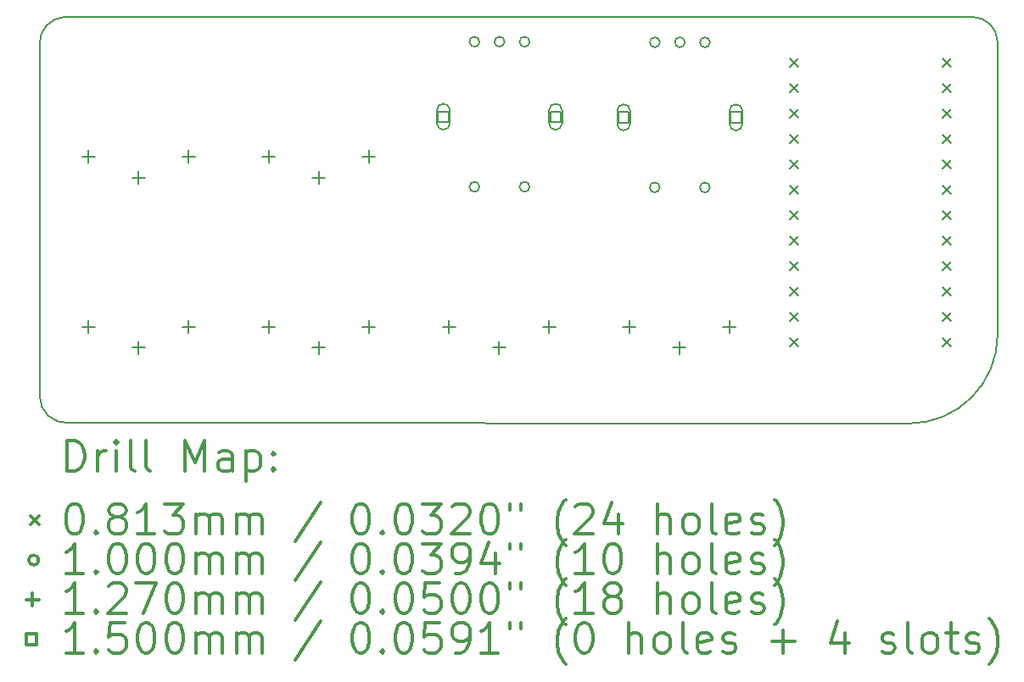
<source format=gbr>
%FSLAX45Y45*%
G04 Gerber Fmt 4.5, Leading zero omitted, Abs format (unit mm)*
G04 Created by KiCad (PCBNEW (5.1.10-1-10_14)) date 2021-10-28 16:10:10*
%MOMM*%
%LPD*%
G01*
G04 APERTURE LIST*
%TA.AperFunction,Profile*%
%ADD10C,0.150000*%
%TD*%
%ADD11C,0.200000*%
%ADD12C,0.300000*%
G04 APERTURE END LIST*
D10*
X12167004Y-6032344D02*
G75*
G02*
X12420000Y-6280000I3149J-249836D01*
G01*
X3149945Y-10089262D02*
G75*
G02*
X2860000Y-9820000I-19945J269262D01*
G01*
X2859288Y-6309993D02*
G75*
G02*
X3120000Y-6030000I269974J9993D01*
G01*
X12421000Y-9207000D02*
G75*
G02*
X11532000Y-10096000I-889000J0D01*
G01*
X11532000Y-10096000D02*
X3149945Y-10089262D01*
X2860000Y-9820000D02*
X2859288Y-6309993D01*
X12167000Y-6032000D02*
X3120000Y-6030000D01*
X12420000Y-6280000D02*
X12421000Y-9207000D01*
D11*
X10349220Y-6448560D02*
X10430500Y-6529840D01*
X10430500Y-6448560D02*
X10349220Y-6529840D01*
X10349220Y-6702560D02*
X10430500Y-6783840D01*
X10430500Y-6702560D02*
X10349220Y-6783840D01*
X10349220Y-6956560D02*
X10430500Y-7037840D01*
X10430500Y-6956560D02*
X10349220Y-7037840D01*
X10349220Y-7210560D02*
X10430500Y-7291840D01*
X10430500Y-7210560D02*
X10349220Y-7291840D01*
X10349220Y-7464560D02*
X10430500Y-7545840D01*
X10430500Y-7464560D02*
X10349220Y-7545840D01*
X10349220Y-7718560D02*
X10430500Y-7799840D01*
X10430500Y-7718560D02*
X10349220Y-7799840D01*
X10349220Y-7972560D02*
X10430500Y-8053840D01*
X10430500Y-7972560D02*
X10349220Y-8053840D01*
X10349220Y-8226560D02*
X10430500Y-8307840D01*
X10430500Y-8226560D02*
X10349220Y-8307840D01*
X10349220Y-8480560D02*
X10430500Y-8561840D01*
X10430500Y-8480560D02*
X10349220Y-8561840D01*
X10349220Y-8734560D02*
X10430500Y-8815840D01*
X10430500Y-8734560D02*
X10349220Y-8815840D01*
X10349220Y-8988560D02*
X10430500Y-9069840D01*
X10430500Y-8988560D02*
X10349220Y-9069840D01*
X10349220Y-9242560D02*
X10430500Y-9323840D01*
X10430500Y-9242560D02*
X10349220Y-9323840D01*
X11871220Y-6448560D02*
X11952500Y-6529840D01*
X11952500Y-6448560D02*
X11871220Y-6529840D01*
X11871220Y-6702560D02*
X11952500Y-6783840D01*
X11952500Y-6702560D02*
X11871220Y-6783840D01*
X11871220Y-6956560D02*
X11952500Y-7037840D01*
X11952500Y-6956560D02*
X11871220Y-7037840D01*
X11871220Y-7210560D02*
X11952500Y-7291840D01*
X11952500Y-7210560D02*
X11871220Y-7291840D01*
X11871220Y-7464560D02*
X11952500Y-7545840D01*
X11952500Y-7464560D02*
X11871220Y-7545840D01*
X11871220Y-7718560D02*
X11952500Y-7799840D01*
X11952500Y-7718560D02*
X11871220Y-7799840D01*
X11871220Y-7972560D02*
X11952500Y-8053840D01*
X11952500Y-7972560D02*
X11871220Y-8053840D01*
X11871220Y-8226560D02*
X11952500Y-8307840D01*
X11952500Y-8226560D02*
X11871220Y-8307840D01*
X11871220Y-8480560D02*
X11952500Y-8561840D01*
X11952500Y-8480560D02*
X11871220Y-8561840D01*
X11871220Y-8734560D02*
X11952500Y-8815840D01*
X11952500Y-8734560D02*
X11871220Y-8815840D01*
X11871220Y-8988560D02*
X11952500Y-9069840D01*
X11952500Y-8988560D02*
X11871220Y-9069840D01*
X11871220Y-9242560D02*
X11952500Y-9323840D01*
X11952500Y-9242560D02*
X11871220Y-9323840D01*
X7250000Y-6280000D02*
G75*
G03*
X7250000Y-6280000I-50000J0D01*
G01*
X7250000Y-7730000D02*
G75*
G03*
X7250000Y-7730000I-50000J0D01*
G01*
X7500000Y-6280000D02*
G75*
G03*
X7500000Y-6280000I-50000J0D01*
G01*
X7750000Y-6280000D02*
G75*
G03*
X7750000Y-6280000I-50000J0D01*
G01*
X7750000Y-7730000D02*
G75*
G03*
X7750000Y-7730000I-50000J0D01*
G01*
X9050000Y-6286000D02*
G75*
G03*
X9050000Y-6286000I-50000J0D01*
G01*
X9050000Y-7736000D02*
G75*
G03*
X9050000Y-7736000I-50000J0D01*
G01*
X9300000Y-6286000D02*
G75*
G03*
X9300000Y-6286000I-50000J0D01*
G01*
X9550000Y-6286000D02*
G75*
G03*
X9550000Y-6286000I-50000J0D01*
G01*
X9550000Y-7736000D02*
G75*
G03*
X9550000Y-7736000I-50000J0D01*
G01*
X3346000Y-7364500D02*
X3346000Y-7491500D01*
X3282500Y-7428000D02*
X3409500Y-7428000D01*
X3346000Y-9064500D02*
X3346000Y-9191500D01*
X3282500Y-9128000D02*
X3409500Y-9128000D01*
X3846000Y-7574500D02*
X3846000Y-7701500D01*
X3782500Y-7638000D02*
X3909500Y-7638000D01*
X3846000Y-9274500D02*
X3846000Y-9401500D01*
X3782500Y-9338000D02*
X3909500Y-9338000D01*
X4346000Y-7364500D02*
X4346000Y-7491500D01*
X4282500Y-7428000D02*
X4409500Y-7428000D01*
X4346000Y-9064500D02*
X4346000Y-9191500D01*
X4282500Y-9128000D02*
X4409500Y-9128000D01*
X5146000Y-7364500D02*
X5146000Y-7491500D01*
X5082500Y-7428000D02*
X5209500Y-7428000D01*
X5146000Y-9064500D02*
X5146000Y-9191500D01*
X5082500Y-9128000D02*
X5209500Y-9128000D01*
X5646000Y-7574500D02*
X5646000Y-7701500D01*
X5582500Y-7638000D02*
X5709500Y-7638000D01*
X5646000Y-9274500D02*
X5646000Y-9401500D01*
X5582500Y-9338000D02*
X5709500Y-9338000D01*
X6146000Y-7364500D02*
X6146000Y-7491500D01*
X6082500Y-7428000D02*
X6209500Y-7428000D01*
X6146000Y-9064500D02*
X6146000Y-9191500D01*
X6082500Y-9128000D02*
X6209500Y-9128000D01*
X6946000Y-9064500D02*
X6946000Y-9191500D01*
X6882500Y-9128000D02*
X7009500Y-9128000D01*
X7446000Y-9274500D02*
X7446000Y-9401500D01*
X7382500Y-9338000D02*
X7509500Y-9338000D01*
X7946000Y-9064500D02*
X7946000Y-9191500D01*
X7882500Y-9128000D02*
X8009500Y-9128000D01*
X8746000Y-9064500D02*
X8746000Y-9191500D01*
X8682500Y-9128000D02*
X8809500Y-9128000D01*
X9246000Y-9274500D02*
X9246000Y-9401500D01*
X9182500Y-9338000D02*
X9309500Y-9338000D01*
X9746000Y-9064500D02*
X9746000Y-9191500D01*
X9682500Y-9128000D02*
X9809500Y-9128000D01*
X6943033Y-7083033D02*
X6943033Y-6976966D01*
X6836966Y-6976966D01*
X6836966Y-7083033D01*
X6943033Y-7083033D01*
X6825000Y-6965000D02*
X6825000Y-7095000D01*
X6955000Y-6965000D02*
X6955000Y-7095000D01*
X6825000Y-7095000D02*
G75*
G03*
X6955000Y-7095000I65000J0D01*
G01*
X6955000Y-6965000D02*
G75*
G03*
X6825000Y-6965000I-65000J0D01*
G01*
X8063033Y-7083033D02*
X8063033Y-6976966D01*
X7956966Y-6976966D01*
X7956966Y-7083033D01*
X8063033Y-7083033D01*
X7945000Y-6965000D02*
X7945000Y-7095000D01*
X8075000Y-6965000D02*
X8075000Y-7095000D01*
X7945000Y-7095000D02*
G75*
G03*
X8075000Y-7095000I65000J0D01*
G01*
X8075000Y-6965000D02*
G75*
G03*
X7945000Y-6965000I-65000J0D01*
G01*
X8743034Y-7089033D02*
X8743034Y-6982966D01*
X8636967Y-6982966D01*
X8636967Y-7089033D01*
X8743034Y-7089033D01*
X8625000Y-6971000D02*
X8625000Y-7101000D01*
X8755000Y-6971000D02*
X8755000Y-7101000D01*
X8625000Y-7101000D02*
G75*
G03*
X8755000Y-7101000I65000J0D01*
G01*
X8755000Y-6971000D02*
G75*
G03*
X8625000Y-6971000I-65000J0D01*
G01*
X9863034Y-7089033D02*
X9863034Y-6982966D01*
X9756967Y-6982966D01*
X9756967Y-7089033D01*
X9863034Y-7089033D01*
X9745000Y-6971000D02*
X9745000Y-7101000D01*
X9875000Y-6971000D02*
X9875000Y-7101000D01*
X9745000Y-7101000D02*
G75*
G03*
X9875000Y-7101000I65000J0D01*
G01*
X9875000Y-6971000D02*
G75*
G03*
X9745000Y-6971000I-65000J0D01*
G01*
D12*
X3138032Y-10569214D02*
X3138032Y-10269214D01*
X3209460Y-10269214D01*
X3252318Y-10283500D01*
X3280889Y-10312072D01*
X3295175Y-10340643D01*
X3309460Y-10397786D01*
X3309460Y-10440643D01*
X3295175Y-10497786D01*
X3280889Y-10526357D01*
X3252318Y-10554929D01*
X3209460Y-10569214D01*
X3138032Y-10569214D01*
X3438032Y-10569214D02*
X3438032Y-10369214D01*
X3438032Y-10426357D02*
X3452318Y-10397786D01*
X3466603Y-10383500D01*
X3495175Y-10369214D01*
X3523746Y-10369214D01*
X3623746Y-10569214D02*
X3623746Y-10369214D01*
X3623746Y-10269214D02*
X3609460Y-10283500D01*
X3623746Y-10297786D01*
X3638032Y-10283500D01*
X3623746Y-10269214D01*
X3623746Y-10297786D01*
X3809460Y-10569214D02*
X3780889Y-10554929D01*
X3766603Y-10526357D01*
X3766603Y-10269214D01*
X3966603Y-10569214D02*
X3938032Y-10554929D01*
X3923746Y-10526357D01*
X3923746Y-10269214D01*
X4309461Y-10569214D02*
X4309461Y-10269214D01*
X4409461Y-10483500D01*
X4509461Y-10269214D01*
X4509461Y-10569214D01*
X4780889Y-10569214D02*
X4780889Y-10412072D01*
X4766603Y-10383500D01*
X4738032Y-10369214D01*
X4680889Y-10369214D01*
X4652318Y-10383500D01*
X4780889Y-10554929D02*
X4752318Y-10569214D01*
X4680889Y-10569214D01*
X4652318Y-10554929D01*
X4638032Y-10526357D01*
X4638032Y-10497786D01*
X4652318Y-10469214D01*
X4680889Y-10454929D01*
X4752318Y-10454929D01*
X4780889Y-10440643D01*
X4923746Y-10369214D02*
X4923746Y-10669214D01*
X4923746Y-10383500D02*
X4952318Y-10369214D01*
X5009461Y-10369214D01*
X5038032Y-10383500D01*
X5052318Y-10397786D01*
X5066603Y-10426357D01*
X5066603Y-10512072D01*
X5052318Y-10540643D01*
X5038032Y-10554929D01*
X5009461Y-10569214D01*
X4952318Y-10569214D01*
X4923746Y-10554929D01*
X5195175Y-10540643D02*
X5209461Y-10554929D01*
X5195175Y-10569214D01*
X5180889Y-10554929D01*
X5195175Y-10540643D01*
X5195175Y-10569214D01*
X5195175Y-10383500D02*
X5209461Y-10397786D01*
X5195175Y-10412072D01*
X5180889Y-10397786D01*
X5195175Y-10383500D01*
X5195175Y-10412072D01*
X2770323Y-11022860D02*
X2851603Y-11104140D01*
X2851603Y-11022860D02*
X2770323Y-11104140D01*
X3195175Y-10899214D02*
X3223746Y-10899214D01*
X3252318Y-10913500D01*
X3266603Y-10927786D01*
X3280889Y-10956357D01*
X3295175Y-11013500D01*
X3295175Y-11084929D01*
X3280889Y-11142072D01*
X3266603Y-11170643D01*
X3252318Y-11184929D01*
X3223746Y-11199214D01*
X3195175Y-11199214D01*
X3166603Y-11184929D01*
X3152318Y-11170643D01*
X3138032Y-11142072D01*
X3123746Y-11084929D01*
X3123746Y-11013500D01*
X3138032Y-10956357D01*
X3152318Y-10927786D01*
X3166603Y-10913500D01*
X3195175Y-10899214D01*
X3423746Y-11170643D02*
X3438032Y-11184929D01*
X3423746Y-11199214D01*
X3409460Y-11184929D01*
X3423746Y-11170643D01*
X3423746Y-11199214D01*
X3609460Y-11027786D02*
X3580889Y-11013500D01*
X3566603Y-10999214D01*
X3552318Y-10970643D01*
X3552318Y-10956357D01*
X3566603Y-10927786D01*
X3580889Y-10913500D01*
X3609460Y-10899214D01*
X3666603Y-10899214D01*
X3695175Y-10913500D01*
X3709460Y-10927786D01*
X3723746Y-10956357D01*
X3723746Y-10970643D01*
X3709460Y-10999214D01*
X3695175Y-11013500D01*
X3666603Y-11027786D01*
X3609460Y-11027786D01*
X3580889Y-11042072D01*
X3566603Y-11056357D01*
X3552318Y-11084929D01*
X3552318Y-11142072D01*
X3566603Y-11170643D01*
X3580889Y-11184929D01*
X3609460Y-11199214D01*
X3666603Y-11199214D01*
X3695175Y-11184929D01*
X3709460Y-11170643D01*
X3723746Y-11142072D01*
X3723746Y-11084929D01*
X3709460Y-11056357D01*
X3695175Y-11042072D01*
X3666603Y-11027786D01*
X4009460Y-11199214D02*
X3838032Y-11199214D01*
X3923746Y-11199214D02*
X3923746Y-10899214D01*
X3895175Y-10942072D01*
X3866603Y-10970643D01*
X3838032Y-10984929D01*
X4109460Y-10899214D02*
X4295175Y-10899214D01*
X4195175Y-11013500D01*
X4238032Y-11013500D01*
X4266603Y-11027786D01*
X4280889Y-11042072D01*
X4295175Y-11070643D01*
X4295175Y-11142072D01*
X4280889Y-11170643D01*
X4266603Y-11184929D01*
X4238032Y-11199214D01*
X4152318Y-11199214D01*
X4123746Y-11184929D01*
X4109460Y-11170643D01*
X4423746Y-11199214D02*
X4423746Y-10999214D01*
X4423746Y-11027786D02*
X4438032Y-11013500D01*
X4466603Y-10999214D01*
X4509461Y-10999214D01*
X4538032Y-11013500D01*
X4552318Y-11042072D01*
X4552318Y-11199214D01*
X4552318Y-11042072D02*
X4566603Y-11013500D01*
X4595175Y-10999214D01*
X4638032Y-10999214D01*
X4666603Y-11013500D01*
X4680889Y-11042072D01*
X4680889Y-11199214D01*
X4823746Y-11199214D02*
X4823746Y-10999214D01*
X4823746Y-11027786D02*
X4838032Y-11013500D01*
X4866603Y-10999214D01*
X4909461Y-10999214D01*
X4938032Y-11013500D01*
X4952318Y-11042072D01*
X4952318Y-11199214D01*
X4952318Y-11042072D02*
X4966603Y-11013500D01*
X4995175Y-10999214D01*
X5038032Y-10999214D01*
X5066603Y-11013500D01*
X5080889Y-11042072D01*
X5080889Y-11199214D01*
X5666603Y-10884929D02*
X5409461Y-11270643D01*
X6052318Y-10899214D02*
X6080889Y-10899214D01*
X6109460Y-10913500D01*
X6123746Y-10927786D01*
X6138032Y-10956357D01*
X6152318Y-11013500D01*
X6152318Y-11084929D01*
X6138032Y-11142072D01*
X6123746Y-11170643D01*
X6109460Y-11184929D01*
X6080889Y-11199214D01*
X6052318Y-11199214D01*
X6023746Y-11184929D01*
X6009460Y-11170643D01*
X5995175Y-11142072D01*
X5980889Y-11084929D01*
X5980889Y-11013500D01*
X5995175Y-10956357D01*
X6009460Y-10927786D01*
X6023746Y-10913500D01*
X6052318Y-10899214D01*
X6280889Y-11170643D02*
X6295175Y-11184929D01*
X6280889Y-11199214D01*
X6266603Y-11184929D01*
X6280889Y-11170643D01*
X6280889Y-11199214D01*
X6480889Y-10899214D02*
X6509460Y-10899214D01*
X6538032Y-10913500D01*
X6552318Y-10927786D01*
X6566603Y-10956357D01*
X6580889Y-11013500D01*
X6580889Y-11084929D01*
X6566603Y-11142072D01*
X6552318Y-11170643D01*
X6538032Y-11184929D01*
X6509460Y-11199214D01*
X6480889Y-11199214D01*
X6452318Y-11184929D01*
X6438032Y-11170643D01*
X6423746Y-11142072D01*
X6409460Y-11084929D01*
X6409460Y-11013500D01*
X6423746Y-10956357D01*
X6438032Y-10927786D01*
X6452318Y-10913500D01*
X6480889Y-10899214D01*
X6680889Y-10899214D02*
X6866603Y-10899214D01*
X6766603Y-11013500D01*
X6809460Y-11013500D01*
X6838032Y-11027786D01*
X6852318Y-11042072D01*
X6866603Y-11070643D01*
X6866603Y-11142072D01*
X6852318Y-11170643D01*
X6838032Y-11184929D01*
X6809460Y-11199214D01*
X6723746Y-11199214D01*
X6695175Y-11184929D01*
X6680889Y-11170643D01*
X6980889Y-10927786D02*
X6995175Y-10913500D01*
X7023746Y-10899214D01*
X7095175Y-10899214D01*
X7123746Y-10913500D01*
X7138032Y-10927786D01*
X7152318Y-10956357D01*
X7152318Y-10984929D01*
X7138032Y-11027786D01*
X6966603Y-11199214D01*
X7152318Y-11199214D01*
X7338032Y-10899214D02*
X7366603Y-10899214D01*
X7395175Y-10913500D01*
X7409460Y-10927786D01*
X7423746Y-10956357D01*
X7438032Y-11013500D01*
X7438032Y-11084929D01*
X7423746Y-11142072D01*
X7409460Y-11170643D01*
X7395175Y-11184929D01*
X7366603Y-11199214D01*
X7338032Y-11199214D01*
X7309460Y-11184929D01*
X7295175Y-11170643D01*
X7280889Y-11142072D01*
X7266603Y-11084929D01*
X7266603Y-11013500D01*
X7280889Y-10956357D01*
X7295175Y-10927786D01*
X7309460Y-10913500D01*
X7338032Y-10899214D01*
X7552318Y-10899214D02*
X7552318Y-10956357D01*
X7666603Y-10899214D02*
X7666603Y-10956357D01*
X8109460Y-11313500D02*
X8095175Y-11299214D01*
X8066603Y-11256357D01*
X8052318Y-11227786D01*
X8038032Y-11184929D01*
X8023746Y-11113500D01*
X8023746Y-11056357D01*
X8038032Y-10984929D01*
X8052318Y-10942072D01*
X8066603Y-10913500D01*
X8095175Y-10870643D01*
X8109460Y-10856357D01*
X8209460Y-10927786D02*
X8223746Y-10913500D01*
X8252318Y-10899214D01*
X8323746Y-10899214D01*
X8352318Y-10913500D01*
X8366603Y-10927786D01*
X8380889Y-10956357D01*
X8380889Y-10984929D01*
X8366603Y-11027786D01*
X8195175Y-11199214D01*
X8380889Y-11199214D01*
X8638032Y-10999214D02*
X8638032Y-11199214D01*
X8566603Y-10884929D02*
X8495175Y-11099214D01*
X8680889Y-11099214D01*
X9023746Y-11199214D02*
X9023746Y-10899214D01*
X9152318Y-11199214D02*
X9152318Y-11042072D01*
X9138032Y-11013500D01*
X9109461Y-10999214D01*
X9066603Y-10999214D01*
X9038032Y-11013500D01*
X9023746Y-11027786D01*
X9338032Y-11199214D02*
X9309461Y-11184929D01*
X9295175Y-11170643D01*
X9280889Y-11142072D01*
X9280889Y-11056357D01*
X9295175Y-11027786D01*
X9309461Y-11013500D01*
X9338032Y-10999214D01*
X9380889Y-10999214D01*
X9409461Y-11013500D01*
X9423746Y-11027786D01*
X9438032Y-11056357D01*
X9438032Y-11142072D01*
X9423746Y-11170643D01*
X9409461Y-11184929D01*
X9380889Y-11199214D01*
X9338032Y-11199214D01*
X9609461Y-11199214D02*
X9580889Y-11184929D01*
X9566603Y-11156357D01*
X9566603Y-10899214D01*
X9838032Y-11184929D02*
X9809461Y-11199214D01*
X9752318Y-11199214D01*
X9723746Y-11184929D01*
X9709461Y-11156357D01*
X9709461Y-11042072D01*
X9723746Y-11013500D01*
X9752318Y-10999214D01*
X9809461Y-10999214D01*
X9838032Y-11013500D01*
X9852318Y-11042072D01*
X9852318Y-11070643D01*
X9709461Y-11099214D01*
X9966603Y-11184929D02*
X9995175Y-11199214D01*
X10052318Y-11199214D01*
X10080889Y-11184929D01*
X10095175Y-11156357D01*
X10095175Y-11142072D01*
X10080889Y-11113500D01*
X10052318Y-11099214D01*
X10009461Y-11099214D01*
X9980889Y-11084929D01*
X9966603Y-11056357D01*
X9966603Y-11042072D01*
X9980889Y-11013500D01*
X10009461Y-10999214D01*
X10052318Y-10999214D01*
X10080889Y-11013500D01*
X10195175Y-11313500D02*
X10209461Y-11299214D01*
X10238032Y-11256357D01*
X10252318Y-11227786D01*
X10266603Y-11184929D01*
X10280889Y-11113500D01*
X10280889Y-11056357D01*
X10266603Y-10984929D01*
X10252318Y-10942072D01*
X10238032Y-10913500D01*
X10209461Y-10870643D01*
X10195175Y-10856357D01*
X2851603Y-11459500D02*
G75*
G03*
X2851603Y-11459500I-50000J0D01*
G01*
X3295175Y-11595214D02*
X3123746Y-11595214D01*
X3209460Y-11595214D02*
X3209460Y-11295214D01*
X3180889Y-11338071D01*
X3152318Y-11366643D01*
X3123746Y-11380929D01*
X3423746Y-11566643D02*
X3438032Y-11580929D01*
X3423746Y-11595214D01*
X3409460Y-11580929D01*
X3423746Y-11566643D01*
X3423746Y-11595214D01*
X3623746Y-11295214D02*
X3652318Y-11295214D01*
X3680889Y-11309500D01*
X3695175Y-11323786D01*
X3709460Y-11352357D01*
X3723746Y-11409500D01*
X3723746Y-11480929D01*
X3709460Y-11538071D01*
X3695175Y-11566643D01*
X3680889Y-11580929D01*
X3652318Y-11595214D01*
X3623746Y-11595214D01*
X3595175Y-11580929D01*
X3580889Y-11566643D01*
X3566603Y-11538071D01*
X3552318Y-11480929D01*
X3552318Y-11409500D01*
X3566603Y-11352357D01*
X3580889Y-11323786D01*
X3595175Y-11309500D01*
X3623746Y-11295214D01*
X3909460Y-11295214D02*
X3938032Y-11295214D01*
X3966603Y-11309500D01*
X3980889Y-11323786D01*
X3995175Y-11352357D01*
X4009460Y-11409500D01*
X4009460Y-11480929D01*
X3995175Y-11538071D01*
X3980889Y-11566643D01*
X3966603Y-11580929D01*
X3938032Y-11595214D01*
X3909460Y-11595214D01*
X3880889Y-11580929D01*
X3866603Y-11566643D01*
X3852318Y-11538071D01*
X3838032Y-11480929D01*
X3838032Y-11409500D01*
X3852318Y-11352357D01*
X3866603Y-11323786D01*
X3880889Y-11309500D01*
X3909460Y-11295214D01*
X4195175Y-11295214D02*
X4223746Y-11295214D01*
X4252318Y-11309500D01*
X4266603Y-11323786D01*
X4280889Y-11352357D01*
X4295175Y-11409500D01*
X4295175Y-11480929D01*
X4280889Y-11538071D01*
X4266603Y-11566643D01*
X4252318Y-11580929D01*
X4223746Y-11595214D01*
X4195175Y-11595214D01*
X4166603Y-11580929D01*
X4152318Y-11566643D01*
X4138032Y-11538071D01*
X4123746Y-11480929D01*
X4123746Y-11409500D01*
X4138032Y-11352357D01*
X4152318Y-11323786D01*
X4166603Y-11309500D01*
X4195175Y-11295214D01*
X4423746Y-11595214D02*
X4423746Y-11395214D01*
X4423746Y-11423786D02*
X4438032Y-11409500D01*
X4466603Y-11395214D01*
X4509461Y-11395214D01*
X4538032Y-11409500D01*
X4552318Y-11438071D01*
X4552318Y-11595214D01*
X4552318Y-11438071D02*
X4566603Y-11409500D01*
X4595175Y-11395214D01*
X4638032Y-11395214D01*
X4666603Y-11409500D01*
X4680889Y-11438071D01*
X4680889Y-11595214D01*
X4823746Y-11595214D02*
X4823746Y-11395214D01*
X4823746Y-11423786D02*
X4838032Y-11409500D01*
X4866603Y-11395214D01*
X4909461Y-11395214D01*
X4938032Y-11409500D01*
X4952318Y-11438071D01*
X4952318Y-11595214D01*
X4952318Y-11438071D02*
X4966603Y-11409500D01*
X4995175Y-11395214D01*
X5038032Y-11395214D01*
X5066603Y-11409500D01*
X5080889Y-11438071D01*
X5080889Y-11595214D01*
X5666603Y-11280929D02*
X5409461Y-11666643D01*
X6052318Y-11295214D02*
X6080889Y-11295214D01*
X6109460Y-11309500D01*
X6123746Y-11323786D01*
X6138032Y-11352357D01*
X6152318Y-11409500D01*
X6152318Y-11480929D01*
X6138032Y-11538071D01*
X6123746Y-11566643D01*
X6109460Y-11580929D01*
X6080889Y-11595214D01*
X6052318Y-11595214D01*
X6023746Y-11580929D01*
X6009460Y-11566643D01*
X5995175Y-11538071D01*
X5980889Y-11480929D01*
X5980889Y-11409500D01*
X5995175Y-11352357D01*
X6009460Y-11323786D01*
X6023746Y-11309500D01*
X6052318Y-11295214D01*
X6280889Y-11566643D02*
X6295175Y-11580929D01*
X6280889Y-11595214D01*
X6266603Y-11580929D01*
X6280889Y-11566643D01*
X6280889Y-11595214D01*
X6480889Y-11295214D02*
X6509460Y-11295214D01*
X6538032Y-11309500D01*
X6552318Y-11323786D01*
X6566603Y-11352357D01*
X6580889Y-11409500D01*
X6580889Y-11480929D01*
X6566603Y-11538071D01*
X6552318Y-11566643D01*
X6538032Y-11580929D01*
X6509460Y-11595214D01*
X6480889Y-11595214D01*
X6452318Y-11580929D01*
X6438032Y-11566643D01*
X6423746Y-11538071D01*
X6409460Y-11480929D01*
X6409460Y-11409500D01*
X6423746Y-11352357D01*
X6438032Y-11323786D01*
X6452318Y-11309500D01*
X6480889Y-11295214D01*
X6680889Y-11295214D02*
X6866603Y-11295214D01*
X6766603Y-11409500D01*
X6809460Y-11409500D01*
X6838032Y-11423786D01*
X6852318Y-11438071D01*
X6866603Y-11466643D01*
X6866603Y-11538071D01*
X6852318Y-11566643D01*
X6838032Y-11580929D01*
X6809460Y-11595214D01*
X6723746Y-11595214D01*
X6695175Y-11580929D01*
X6680889Y-11566643D01*
X7009460Y-11595214D02*
X7066603Y-11595214D01*
X7095175Y-11580929D01*
X7109460Y-11566643D01*
X7138032Y-11523786D01*
X7152318Y-11466643D01*
X7152318Y-11352357D01*
X7138032Y-11323786D01*
X7123746Y-11309500D01*
X7095175Y-11295214D01*
X7038032Y-11295214D01*
X7009460Y-11309500D01*
X6995175Y-11323786D01*
X6980889Y-11352357D01*
X6980889Y-11423786D01*
X6995175Y-11452357D01*
X7009460Y-11466643D01*
X7038032Y-11480929D01*
X7095175Y-11480929D01*
X7123746Y-11466643D01*
X7138032Y-11452357D01*
X7152318Y-11423786D01*
X7409460Y-11395214D02*
X7409460Y-11595214D01*
X7338032Y-11280929D02*
X7266603Y-11495214D01*
X7452318Y-11495214D01*
X7552318Y-11295214D02*
X7552318Y-11352357D01*
X7666603Y-11295214D02*
X7666603Y-11352357D01*
X8109460Y-11709500D02*
X8095175Y-11695214D01*
X8066603Y-11652357D01*
X8052318Y-11623786D01*
X8038032Y-11580929D01*
X8023746Y-11509500D01*
X8023746Y-11452357D01*
X8038032Y-11380929D01*
X8052318Y-11338071D01*
X8066603Y-11309500D01*
X8095175Y-11266643D01*
X8109460Y-11252357D01*
X8380889Y-11595214D02*
X8209460Y-11595214D01*
X8295175Y-11595214D02*
X8295175Y-11295214D01*
X8266603Y-11338071D01*
X8238032Y-11366643D01*
X8209460Y-11380929D01*
X8566603Y-11295214D02*
X8595175Y-11295214D01*
X8623746Y-11309500D01*
X8638032Y-11323786D01*
X8652318Y-11352357D01*
X8666603Y-11409500D01*
X8666603Y-11480929D01*
X8652318Y-11538071D01*
X8638032Y-11566643D01*
X8623746Y-11580929D01*
X8595175Y-11595214D01*
X8566603Y-11595214D01*
X8538032Y-11580929D01*
X8523746Y-11566643D01*
X8509461Y-11538071D01*
X8495175Y-11480929D01*
X8495175Y-11409500D01*
X8509461Y-11352357D01*
X8523746Y-11323786D01*
X8538032Y-11309500D01*
X8566603Y-11295214D01*
X9023746Y-11595214D02*
X9023746Y-11295214D01*
X9152318Y-11595214D02*
X9152318Y-11438071D01*
X9138032Y-11409500D01*
X9109461Y-11395214D01*
X9066603Y-11395214D01*
X9038032Y-11409500D01*
X9023746Y-11423786D01*
X9338032Y-11595214D02*
X9309461Y-11580929D01*
X9295175Y-11566643D01*
X9280889Y-11538071D01*
X9280889Y-11452357D01*
X9295175Y-11423786D01*
X9309461Y-11409500D01*
X9338032Y-11395214D01*
X9380889Y-11395214D01*
X9409461Y-11409500D01*
X9423746Y-11423786D01*
X9438032Y-11452357D01*
X9438032Y-11538071D01*
X9423746Y-11566643D01*
X9409461Y-11580929D01*
X9380889Y-11595214D01*
X9338032Y-11595214D01*
X9609461Y-11595214D02*
X9580889Y-11580929D01*
X9566603Y-11552357D01*
X9566603Y-11295214D01*
X9838032Y-11580929D02*
X9809461Y-11595214D01*
X9752318Y-11595214D01*
X9723746Y-11580929D01*
X9709461Y-11552357D01*
X9709461Y-11438071D01*
X9723746Y-11409500D01*
X9752318Y-11395214D01*
X9809461Y-11395214D01*
X9838032Y-11409500D01*
X9852318Y-11438071D01*
X9852318Y-11466643D01*
X9709461Y-11495214D01*
X9966603Y-11580929D02*
X9995175Y-11595214D01*
X10052318Y-11595214D01*
X10080889Y-11580929D01*
X10095175Y-11552357D01*
X10095175Y-11538071D01*
X10080889Y-11509500D01*
X10052318Y-11495214D01*
X10009461Y-11495214D01*
X9980889Y-11480929D01*
X9966603Y-11452357D01*
X9966603Y-11438071D01*
X9980889Y-11409500D01*
X10009461Y-11395214D01*
X10052318Y-11395214D01*
X10080889Y-11409500D01*
X10195175Y-11709500D02*
X10209461Y-11695214D01*
X10238032Y-11652357D01*
X10252318Y-11623786D01*
X10266603Y-11580929D01*
X10280889Y-11509500D01*
X10280889Y-11452357D01*
X10266603Y-11380929D01*
X10252318Y-11338071D01*
X10238032Y-11309500D01*
X10209461Y-11266643D01*
X10195175Y-11252357D01*
X2788103Y-11792000D02*
X2788103Y-11919000D01*
X2724603Y-11855500D02*
X2851603Y-11855500D01*
X3295175Y-11991214D02*
X3123746Y-11991214D01*
X3209460Y-11991214D02*
X3209460Y-11691214D01*
X3180889Y-11734071D01*
X3152318Y-11762643D01*
X3123746Y-11776929D01*
X3423746Y-11962643D02*
X3438032Y-11976929D01*
X3423746Y-11991214D01*
X3409460Y-11976929D01*
X3423746Y-11962643D01*
X3423746Y-11991214D01*
X3552318Y-11719786D02*
X3566603Y-11705500D01*
X3595175Y-11691214D01*
X3666603Y-11691214D01*
X3695175Y-11705500D01*
X3709460Y-11719786D01*
X3723746Y-11748357D01*
X3723746Y-11776929D01*
X3709460Y-11819786D01*
X3538032Y-11991214D01*
X3723746Y-11991214D01*
X3823746Y-11691214D02*
X4023746Y-11691214D01*
X3895175Y-11991214D01*
X4195175Y-11691214D02*
X4223746Y-11691214D01*
X4252318Y-11705500D01*
X4266603Y-11719786D01*
X4280889Y-11748357D01*
X4295175Y-11805500D01*
X4295175Y-11876929D01*
X4280889Y-11934071D01*
X4266603Y-11962643D01*
X4252318Y-11976929D01*
X4223746Y-11991214D01*
X4195175Y-11991214D01*
X4166603Y-11976929D01*
X4152318Y-11962643D01*
X4138032Y-11934071D01*
X4123746Y-11876929D01*
X4123746Y-11805500D01*
X4138032Y-11748357D01*
X4152318Y-11719786D01*
X4166603Y-11705500D01*
X4195175Y-11691214D01*
X4423746Y-11991214D02*
X4423746Y-11791214D01*
X4423746Y-11819786D02*
X4438032Y-11805500D01*
X4466603Y-11791214D01*
X4509461Y-11791214D01*
X4538032Y-11805500D01*
X4552318Y-11834071D01*
X4552318Y-11991214D01*
X4552318Y-11834071D02*
X4566603Y-11805500D01*
X4595175Y-11791214D01*
X4638032Y-11791214D01*
X4666603Y-11805500D01*
X4680889Y-11834071D01*
X4680889Y-11991214D01*
X4823746Y-11991214D02*
X4823746Y-11791214D01*
X4823746Y-11819786D02*
X4838032Y-11805500D01*
X4866603Y-11791214D01*
X4909461Y-11791214D01*
X4938032Y-11805500D01*
X4952318Y-11834071D01*
X4952318Y-11991214D01*
X4952318Y-11834071D02*
X4966603Y-11805500D01*
X4995175Y-11791214D01*
X5038032Y-11791214D01*
X5066603Y-11805500D01*
X5080889Y-11834071D01*
X5080889Y-11991214D01*
X5666603Y-11676929D02*
X5409461Y-12062643D01*
X6052318Y-11691214D02*
X6080889Y-11691214D01*
X6109460Y-11705500D01*
X6123746Y-11719786D01*
X6138032Y-11748357D01*
X6152318Y-11805500D01*
X6152318Y-11876929D01*
X6138032Y-11934071D01*
X6123746Y-11962643D01*
X6109460Y-11976929D01*
X6080889Y-11991214D01*
X6052318Y-11991214D01*
X6023746Y-11976929D01*
X6009460Y-11962643D01*
X5995175Y-11934071D01*
X5980889Y-11876929D01*
X5980889Y-11805500D01*
X5995175Y-11748357D01*
X6009460Y-11719786D01*
X6023746Y-11705500D01*
X6052318Y-11691214D01*
X6280889Y-11962643D02*
X6295175Y-11976929D01*
X6280889Y-11991214D01*
X6266603Y-11976929D01*
X6280889Y-11962643D01*
X6280889Y-11991214D01*
X6480889Y-11691214D02*
X6509460Y-11691214D01*
X6538032Y-11705500D01*
X6552318Y-11719786D01*
X6566603Y-11748357D01*
X6580889Y-11805500D01*
X6580889Y-11876929D01*
X6566603Y-11934071D01*
X6552318Y-11962643D01*
X6538032Y-11976929D01*
X6509460Y-11991214D01*
X6480889Y-11991214D01*
X6452318Y-11976929D01*
X6438032Y-11962643D01*
X6423746Y-11934071D01*
X6409460Y-11876929D01*
X6409460Y-11805500D01*
X6423746Y-11748357D01*
X6438032Y-11719786D01*
X6452318Y-11705500D01*
X6480889Y-11691214D01*
X6852318Y-11691214D02*
X6709460Y-11691214D01*
X6695175Y-11834071D01*
X6709460Y-11819786D01*
X6738032Y-11805500D01*
X6809460Y-11805500D01*
X6838032Y-11819786D01*
X6852318Y-11834071D01*
X6866603Y-11862643D01*
X6866603Y-11934071D01*
X6852318Y-11962643D01*
X6838032Y-11976929D01*
X6809460Y-11991214D01*
X6738032Y-11991214D01*
X6709460Y-11976929D01*
X6695175Y-11962643D01*
X7052318Y-11691214D02*
X7080889Y-11691214D01*
X7109460Y-11705500D01*
X7123746Y-11719786D01*
X7138032Y-11748357D01*
X7152318Y-11805500D01*
X7152318Y-11876929D01*
X7138032Y-11934071D01*
X7123746Y-11962643D01*
X7109460Y-11976929D01*
X7080889Y-11991214D01*
X7052318Y-11991214D01*
X7023746Y-11976929D01*
X7009460Y-11962643D01*
X6995175Y-11934071D01*
X6980889Y-11876929D01*
X6980889Y-11805500D01*
X6995175Y-11748357D01*
X7009460Y-11719786D01*
X7023746Y-11705500D01*
X7052318Y-11691214D01*
X7338032Y-11691214D02*
X7366603Y-11691214D01*
X7395175Y-11705500D01*
X7409460Y-11719786D01*
X7423746Y-11748357D01*
X7438032Y-11805500D01*
X7438032Y-11876929D01*
X7423746Y-11934071D01*
X7409460Y-11962643D01*
X7395175Y-11976929D01*
X7366603Y-11991214D01*
X7338032Y-11991214D01*
X7309460Y-11976929D01*
X7295175Y-11962643D01*
X7280889Y-11934071D01*
X7266603Y-11876929D01*
X7266603Y-11805500D01*
X7280889Y-11748357D01*
X7295175Y-11719786D01*
X7309460Y-11705500D01*
X7338032Y-11691214D01*
X7552318Y-11691214D02*
X7552318Y-11748357D01*
X7666603Y-11691214D02*
X7666603Y-11748357D01*
X8109460Y-12105500D02*
X8095175Y-12091214D01*
X8066603Y-12048357D01*
X8052318Y-12019786D01*
X8038032Y-11976929D01*
X8023746Y-11905500D01*
X8023746Y-11848357D01*
X8038032Y-11776929D01*
X8052318Y-11734071D01*
X8066603Y-11705500D01*
X8095175Y-11662643D01*
X8109460Y-11648357D01*
X8380889Y-11991214D02*
X8209460Y-11991214D01*
X8295175Y-11991214D02*
X8295175Y-11691214D01*
X8266603Y-11734071D01*
X8238032Y-11762643D01*
X8209460Y-11776929D01*
X8552318Y-11819786D02*
X8523746Y-11805500D01*
X8509461Y-11791214D01*
X8495175Y-11762643D01*
X8495175Y-11748357D01*
X8509461Y-11719786D01*
X8523746Y-11705500D01*
X8552318Y-11691214D01*
X8609461Y-11691214D01*
X8638032Y-11705500D01*
X8652318Y-11719786D01*
X8666603Y-11748357D01*
X8666603Y-11762643D01*
X8652318Y-11791214D01*
X8638032Y-11805500D01*
X8609461Y-11819786D01*
X8552318Y-11819786D01*
X8523746Y-11834071D01*
X8509461Y-11848357D01*
X8495175Y-11876929D01*
X8495175Y-11934071D01*
X8509461Y-11962643D01*
X8523746Y-11976929D01*
X8552318Y-11991214D01*
X8609461Y-11991214D01*
X8638032Y-11976929D01*
X8652318Y-11962643D01*
X8666603Y-11934071D01*
X8666603Y-11876929D01*
X8652318Y-11848357D01*
X8638032Y-11834071D01*
X8609461Y-11819786D01*
X9023746Y-11991214D02*
X9023746Y-11691214D01*
X9152318Y-11991214D02*
X9152318Y-11834071D01*
X9138032Y-11805500D01*
X9109461Y-11791214D01*
X9066603Y-11791214D01*
X9038032Y-11805500D01*
X9023746Y-11819786D01*
X9338032Y-11991214D02*
X9309461Y-11976929D01*
X9295175Y-11962643D01*
X9280889Y-11934071D01*
X9280889Y-11848357D01*
X9295175Y-11819786D01*
X9309461Y-11805500D01*
X9338032Y-11791214D01*
X9380889Y-11791214D01*
X9409461Y-11805500D01*
X9423746Y-11819786D01*
X9438032Y-11848357D01*
X9438032Y-11934071D01*
X9423746Y-11962643D01*
X9409461Y-11976929D01*
X9380889Y-11991214D01*
X9338032Y-11991214D01*
X9609461Y-11991214D02*
X9580889Y-11976929D01*
X9566603Y-11948357D01*
X9566603Y-11691214D01*
X9838032Y-11976929D02*
X9809461Y-11991214D01*
X9752318Y-11991214D01*
X9723746Y-11976929D01*
X9709461Y-11948357D01*
X9709461Y-11834071D01*
X9723746Y-11805500D01*
X9752318Y-11791214D01*
X9809461Y-11791214D01*
X9838032Y-11805500D01*
X9852318Y-11834071D01*
X9852318Y-11862643D01*
X9709461Y-11891214D01*
X9966603Y-11976929D02*
X9995175Y-11991214D01*
X10052318Y-11991214D01*
X10080889Y-11976929D01*
X10095175Y-11948357D01*
X10095175Y-11934071D01*
X10080889Y-11905500D01*
X10052318Y-11891214D01*
X10009461Y-11891214D01*
X9980889Y-11876929D01*
X9966603Y-11848357D01*
X9966603Y-11834071D01*
X9980889Y-11805500D01*
X10009461Y-11791214D01*
X10052318Y-11791214D01*
X10080889Y-11805500D01*
X10195175Y-12105500D02*
X10209461Y-12091214D01*
X10238032Y-12048357D01*
X10252318Y-12019786D01*
X10266603Y-11976929D01*
X10280889Y-11905500D01*
X10280889Y-11848357D01*
X10266603Y-11776929D01*
X10252318Y-11734071D01*
X10238032Y-11705500D01*
X10209461Y-11662643D01*
X10195175Y-11648357D01*
X2829637Y-12304534D02*
X2829637Y-12198467D01*
X2723570Y-12198467D01*
X2723570Y-12304534D01*
X2829637Y-12304534D01*
X3295175Y-12387214D02*
X3123746Y-12387214D01*
X3209460Y-12387214D02*
X3209460Y-12087214D01*
X3180889Y-12130071D01*
X3152318Y-12158643D01*
X3123746Y-12172929D01*
X3423746Y-12358643D02*
X3438032Y-12372929D01*
X3423746Y-12387214D01*
X3409460Y-12372929D01*
X3423746Y-12358643D01*
X3423746Y-12387214D01*
X3709460Y-12087214D02*
X3566603Y-12087214D01*
X3552318Y-12230071D01*
X3566603Y-12215786D01*
X3595175Y-12201500D01*
X3666603Y-12201500D01*
X3695175Y-12215786D01*
X3709460Y-12230071D01*
X3723746Y-12258643D01*
X3723746Y-12330071D01*
X3709460Y-12358643D01*
X3695175Y-12372929D01*
X3666603Y-12387214D01*
X3595175Y-12387214D01*
X3566603Y-12372929D01*
X3552318Y-12358643D01*
X3909460Y-12087214D02*
X3938032Y-12087214D01*
X3966603Y-12101500D01*
X3980889Y-12115786D01*
X3995175Y-12144357D01*
X4009460Y-12201500D01*
X4009460Y-12272929D01*
X3995175Y-12330071D01*
X3980889Y-12358643D01*
X3966603Y-12372929D01*
X3938032Y-12387214D01*
X3909460Y-12387214D01*
X3880889Y-12372929D01*
X3866603Y-12358643D01*
X3852318Y-12330071D01*
X3838032Y-12272929D01*
X3838032Y-12201500D01*
X3852318Y-12144357D01*
X3866603Y-12115786D01*
X3880889Y-12101500D01*
X3909460Y-12087214D01*
X4195175Y-12087214D02*
X4223746Y-12087214D01*
X4252318Y-12101500D01*
X4266603Y-12115786D01*
X4280889Y-12144357D01*
X4295175Y-12201500D01*
X4295175Y-12272929D01*
X4280889Y-12330071D01*
X4266603Y-12358643D01*
X4252318Y-12372929D01*
X4223746Y-12387214D01*
X4195175Y-12387214D01*
X4166603Y-12372929D01*
X4152318Y-12358643D01*
X4138032Y-12330071D01*
X4123746Y-12272929D01*
X4123746Y-12201500D01*
X4138032Y-12144357D01*
X4152318Y-12115786D01*
X4166603Y-12101500D01*
X4195175Y-12087214D01*
X4423746Y-12387214D02*
X4423746Y-12187214D01*
X4423746Y-12215786D02*
X4438032Y-12201500D01*
X4466603Y-12187214D01*
X4509461Y-12187214D01*
X4538032Y-12201500D01*
X4552318Y-12230071D01*
X4552318Y-12387214D01*
X4552318Y-12230071D02*
X4566603Y-12201500D01*
X4595175Y-12187214D01*
X4638032Y-12187214D01*
X4666603Y-12201500D01*
X4680889Y-12230071D01*
X4680889Y-12387214D01*
X4823746Y-12387214D02*
X4823746Y-12187214D01*
X4823746Y-12215786D02*
X4838032Y-12201500D01*
X4866603Y-12187214D01*
X4909461Y-12187214D01*
X4938032Y-12201500D01*
X4952318Y-12230071D01*
X4952318Y-12387214D01*
X4952318Y-12230071D02*
X4966603Y-12201500D01*
X4995175Y-12187214D01*
X5038032Y-12187214D01*
X5066603Y-12201500D01*
X5080889Y-12230071D01*
X5080889Y-12387214D01*
X5666603Y-12072929D02*
X5409461Y-12458643D01*
X6052318Y-12087214D02*
X6080889Y-12087214D01*
X6109460Y-12101500D01*
X6123746Y-12115786D01*
X6138032Y-12144357D01*
X6152318Y-12201500D01*
X6152318Y-12272929D01*
X6138032Y-12330071D01*
X6123746Y-12358643D01*
X6109460Y-12372929D01*
X6080889Y-12387214D01*
X6052318Y-12387214D01*
X6023746Y-12372929D01*
X6009460Y-12358643D01*
X5995175Y-12330071D01*
X5980889Y-12272929D01*
X5980889Y-12201500D01*
X5995175Y-12144357D01*
X6009460Y-12115786D01*
X6023746Y-12101500D01*
X6052318Y-12087214D01*
X6280889Y-12358643D02*
X6295175Y-12372929D01*
X6280889Y-12387214D01*
X6266603Y-12372929D01*
X6280889Y-12358643D01*
X6280889Y-12387214D01*
X6480889Y-12087214D02*
X6509460Y-12087214D01*
X6538032Y-12101500D01*
X6552318Y-12115786D01*
X6566603Y-12144357D01*
X6580889Y-12201500D01*
X6580889Y-12272929D01*
X6566603Y-12330071D01*
X6552318Y-12358643D01*
X6538032Y-12372929D01*
X6509460Y-12387214D01*
X6480889Y-12387214D01*
X6452318Y-12372929D01*
X6438032Y-12358643D01*
X6423746Y-12330071D01*
X6409460Y-12272929D01*
X6409460Y-12201500D01*
X6423746Y-12144357D01*
X6438032Y-12115786D01*
X6452318Y-12101500D01*
X6480889Y-12087214D01*
X6852318Y-12087214D02*
X6709460Y-12087214D01*
X6695175Y-12230071D01*
X6709460Y-12215786D01*
X6738032Y-12201500D01*
X6809460Y-12201500D01*
X6838032Y-12215786D01*
X6852318Y-12230071D01*
X6866603Y-12258643D01*
X6866603Y-12330071D01*
X6852318Y-12358643D01*
X6838032Y-12372929D01*
X6809460Y-12387214D01*
X6738032Y-12387214D01*
X6709460Y-12372929D01*
X6695175Y-12358643D01*
X7009460Y-12387214D02*
X7066603Y-12387214D01*
X7095175Y-12372929D01*
X7109460Y-12358643D01*
X7138032Y-12315786D01*
X7152318Y-12258643D01*
X7152318Y-12144357D01*
X7138032Y-12115786D01*
X7123746Y-12101500D01*
X7095175Y-12087214D01*
X7038032Y-12087214D01*
X7009460Y-12101500D01*
X6995175Y-12115786D01*
X6980889Y-12144357D01*
X6980889Y-12215786D01*
X6995175Y-12244357D01*
X7009460Y-12258643D01*
X7038032Y-12272929D01*
X7095175Y-12272929D01*
X7123746Y-12258643D01*
X7138032Y-12244357D01*
X7152318Y-12215786D01*
X7438032Y-12387214D02*
X7266603Y-12387214D01*
X7352318Y-12387214D02*
X7352318Y-12087214D01*
X7323746Y-12130071D01*
X7295175Y-12158643D01*
X7266603Y-12172929D01*
X7552318Y-12087214D02*
X7552318Y-12144357D01*
X7666603Y-12087214D02*
X7666603Y-12144357D01*
X8109460Y-12501500D02*
X8095175Y-12487214D01*
X8066603Y-12444357D01*
X8052318Y-12415786D01*
X8038032Y-12372929D01*
X8023746Y-12301500D01*
X8023746Y-12244357D01*
X8038032Y-12172929D01*
X8052318Y-12130071D01*
X8066603Y-12101500D01*
X8095175Y-12058643D01*
X8109460Y-12044357D01*
X8280889Y-12087214D02*
X8309460Y-12087214D01*
X8338032Y-12101500D01*
X8352318Y-12115786D01*
X8366603Y-12144357D01*
X8380889Y-12201500D01*
X8380889Y-12272929D01*
X8366603Y-12330071D01*
X8352318Y-12358643D01*
X8338032Y-12372929D01*
X8309460Y-12387214D01*
X8280889Y-12387214D01*
X8252318Y-12372929D01*
X8238032Y-12358643D01*
X8223746Y-12330071D01*
X8209460Y-12272929D01*
X8209460Y-12201500D01*
X8223746Y-12144357D01*
X8238032Y-12115786D01*
X8252318Y-12101500D01*
X8280889Y-12087214D01*
X8738032Y-12387214D02*
X8738032Y-12087214D01*
X8866603Y-12387214D02*
X8866603Y-12230071D01*
X8852318Y-12201500D01*
X8823746Y-12187214D01*
X8780889Y-12187214D01*
X8752318Y-12201500D01*
X8738032Y-12215786D01*
X9052318Y-12387214D02*
X9023746Y-12372929D01*
X9009461Y-12358643D01*
X8995175Y-12330071D01*
X8995175Y-12244357D01*
X9009461Y-12215786D01*
X9023746Y-12201500D01*
X9052318Y-12187214D01*
X9095175Y-12187214D01*
X9123746Y-12201500D01*
X9138032Y-12215786D01*
X9152318Y-12244357D01*
X9152318Y-12330071D01*
X9138032Y-12358643D01*
X9123746Y-12372929D01*
X9095175Y-12387214D01*
X9052318Y-12387214D01*
X9323746Y-12387214D02*
X9295175Y-12372929D01*
X9280889Y-12344357D01*
X9280889Y-12087214D01*
X9552318Y-12372929D02*
X9523746Y-12387214D01*
X9466603Y-12387214D01*
X9438032Y-12372929D01*
X9423746Y-12344357D01*
X9423746Y-12230071D01*
X9438032Y-12201500D01*
X9466603Y-12187214D01*
X9523746Y-12187214D01*
X9552318Y-12201500D01*
X9566603Y-12230071D01*
X9566603Y-12258643D01*
X9423746Y-12287214D01*
X9680889Y-12372929D02*
X9709461Y-12387214D01*
X9766603Y-12387214D01*
X9795175Y-12372929D01*
X9809461Y-12344357D01*
X9809461Y-12330071D01*
X9795175Y-12301500D01*
X9766603Y-12287214D01*
X9723746Y-12287214D01*
X9695175Y-12272929D01*
X9680889Y-12244357D01*
X9680889Y-12230071D01*
X9695175Y-12201500D01*
X9723746Y-12187214D01*
X9766603Y-12187214D01*
X9795175Y-12201500D01*
X10166603Y-12272929D02*
X10395175Y-12272929D01*
X10280889Y-12387214D02*
X10280889Y-12158643D01*
X10895175Y-12187214D02*
X10895175Y-12387214D01*
X10823746Y-12072929D02*
X10752318Y-12287214D01*
X10938032Y-12287214D01*
X11266603Y-12372929D02*
X11295175Y-12387214D01*
X11352318Y-12387214D01*
X11380889Y-12372929D01*
X11395175Y-12344357D01*
X11395175Y-12330071D01*
X11380889Y-12301500D01*
X11352318Y-12287214D01*
X11309460Y-12287214D01*
X11280889Y-12272929D01*
X11266603Y-12244357D01*
X11266603Y-12230071D01*
X11280889Y-12201500D01*
X11309460Y-12187214D01*
X11352318Y-12187214D01*
X11380889Y-12201500D01*
X11566603Y-12387214D02*
X11538032Y-12372929D01*
X11523746Y-12344357D01*
X11523746Y-12087214D01*
X11723746Y-12387214D02*
X11695175Y-12372929D01*
X11680889Y-12358643D01*
X11666603Y-12330071D01*
X11666603Y-12244357D01*
X11680889Y-12215786D01*
X11695175Y-12201500D01*
X11723746Y-12187214D01*
X11766603Y-12187214D01*
X11795175Y-12201500D01*
X11809460Y-12215786D01*
X11823746Y-12244357D01*
X11823746Y-12330071D01*
X11809460Y-12358643D01*
X11795175Y-12372929D01*
X11766603Y-12387214D01*
X11723746Y-12387214D01*
X11909460Y-12187214D02*
X12023746Y-12187214D01*
X11952318Y-12087214D02*
X11952318Y-12344357D01*
X11966603Y-12372929D01*
X11995175Y-12387214D01*
X12023746Y-12387214D01*
X12109460Y-12372929D02*
X12138032Y-12387214D01*
X12195175Y-12387214D01*
X12223746Y-12372929D01*
X12238032Y-12344357D01*
X12238032Y-12330071D01*
X12223746Y-12301500D01*
X12195175Y-12287214D01*
X12152318Y-12287214D01*
X12123746Y-12272929D01*
X12109460Y-12244357D01*
X12109460Y-12230071D01*
X12123746Y-12201500D01*
X12152318Y-12187214D01*
X12195175Y-12187214D01*
X12223746Y-12201500D01*
X12338032Y-12501500D02*
X12352318Y-12487214D01*
X12380889Y-12444357D01*
X12395175Y-12415786D01*
X12409460Y-12372929D01*
X12423746Y-12301500D01*
X12423746Y-12244357D01*
X12409460Y-12172929D01*
X12395175Y-12130071D01*
X12380889Y-12101500D01*
X12352318Y-12058643D01*
X12338032Y-12044357D01*
M02*

</source>
